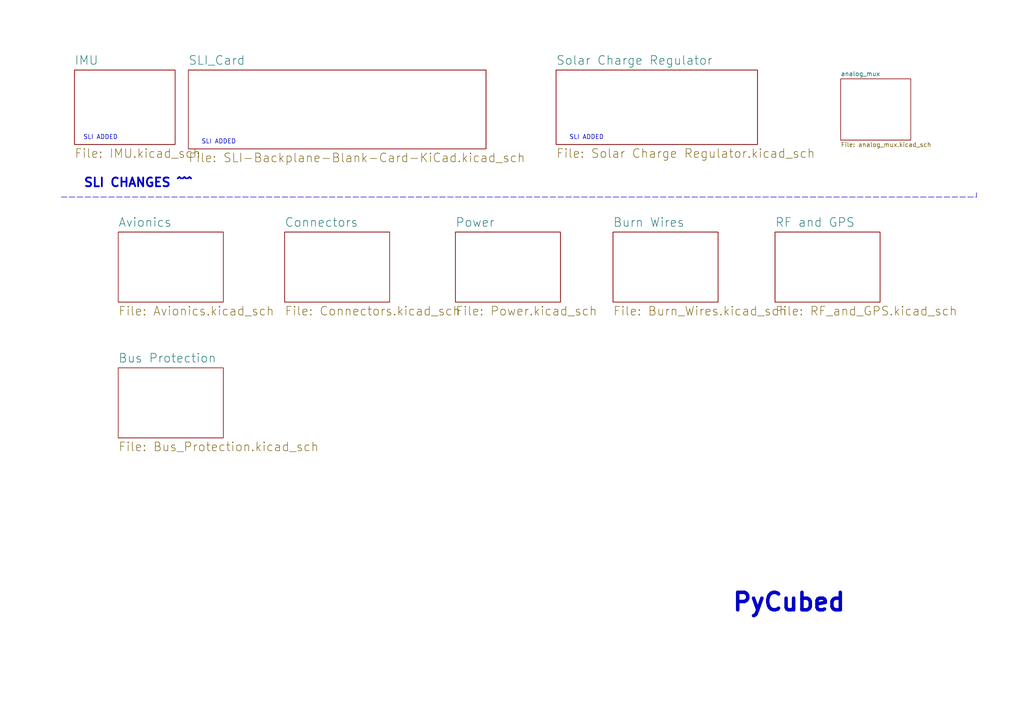
<source format=kicad_sch>
(kicad_sch (version 20211123) (generator eeschema)
  (paper "A4")
  (title_block (title "PyCubed Mainboard") (date "2021-06-09") (rev "v05c") (company "Max Holliday"))
  (lib_symbols)
  (polyline (pts (xy 283.21 57.15) (xy 283.21 55.88)))
  (polyline (pts (xy 17.78 57.15) (xy 283.21 57.15)))
  (text "SLI ADDED" (at 165.1 40.64 0) (effects (font (size 1.27 1.27)) (justify left bottom)))
  (text "SLI ADDED" (at 24.13 40.64 0) (effects (font (size 1.27 1.27)) (justify left bottom)))
  (text "SLI CHANGES ^^^" (at 24.13 54.61 0) (effects (font (size 2.54 2.54) (thickness 0.508) bold) (justify left bottom)))
  (text "SLI ADDED" (at 58.42 41.91 0) (effects (font (size 1.27 1.27)) (justify left bottom)))
  (text "PyCubed" (at 212.09 177.8 0) (effects (font (size 5.08 5.08) (thickness 1.016) bold) (justify left bottom)))
  (sheet (at 34.29 67.31) (size 30.48 20.32)
    (property "Sheet name" "Avionics" (at 34.29 65.9634 0) (effects (font (size 2.54 2.54)) (justify left bottom)))
    (property "Sheet file" "Avionics.kicad_sch" (at 34.29 88.7226 0) (effects (font (size 2.54 2.54)) (justify left top)))
  )
  (sheet (at 132.08 67.31) (size 30.48 20.32)
    (property "Sheet name" "Power" (at 132.08 65.9634 0) (effects (font (size 2.54 2.54)) (justify left bottom)))
    (property "Sheet file" "Power.kicad_sch" (at 132.08 88.7226 0) (effects (font (size 2.54 2.54)) (justify left top)))
  )
  (sheet (at 82.55 67.31) (size 30.48 20.32)
    (property "Sheet name" "Connectors" (at 82.55 65.9634 0) (effects (font (size 2.54 2.54)) (justify left bottom)))
    (property "Sheet file" "Connectors.kicad_sch" (at 82.55 88.7226 0) (effects (font (size 2.54 2.54)) (justify left top)))
  )
  (sheet (at 224.79 67.31) (size 30.48 20.32)
    (property "Sheet name" "RF and GPS" (at 224.79 65.9634 0) (effects (font (size 2.54 2.54)) (justify left bottom)))
    (property "Sheet file" "RF_and_GPS.kicad_sch" (at 224.79 88.7226 0) (effects (font (size 2.54 2.54)) (justify left top)))
  )
  (sheet (at 177.8 67.31) (size 30.48 20.32)
    (property "Sheet name" "Burn Wires" (at 177.8 65.9634 0) (effects (font (size 2.54 2.54)) (justify left bottom)))
    (property "Sheet file" "Burn_Wires.kicad_sch" (at 177.8 88.7226 0) (effects (font (size 2.54 2.54)) (justify left top)))
  )
  (sheet (at 34.29 106.68) (size 30.48 20.32)
    (property "Sheet name" "Bus Protection" (at 34.29 105.3334 0) (effects (font (size 2.54 2.54)) (justify left bottom)))
    (property "Sheet file" "Bus_Protection.kicad_sch" (at 34.29 128.0926 0) (effects (font (size 2.54 2.54)) (justify left top)))
  )
  (sheet (at 54.61 20.32) (size 86.36 22.86)
    (property "Sheet name" "SLI_Card" (at 54.61 18.9734 0) (effects (font (size 2.54 2.54)) (justify left bottom)))
    (property "Sheet file" "SLI-Backplane-Blank-Card-KiCad.kicad_sch" (at 54.61 44.2726 0) (effects (font (size 2.54 2.54)) (justify left top)))
  )
  (sheet (at 21.59 20.32) (size 29.21 21.59)
    (property "Sheet name" "IMU" (at 21.59 18.9734 0) (effects (font (size 2.54 2.54)) (justify left bottom)))
    (property "Sheet file" "IMU.kicad_sch" (at 21.59 43.0026 0) (effects (font (size 2.54 2.54)) (justify left top)))
  )
  (sheet (at 161.29 20.32) (size 58.42 21.59)
    (property "Sheet name" "Solar Charge Regulator" (at 161.29 18.9734 0) (effects (font (size 2.54 2.54)) (justify left bottom)))
    (property "Sheet file" "Solar Charge Regulator.kicad_sch" (at 161.29 43.0026 0) (effects (font (size 2.54 2.54)) (justify left top)))
  )
  (sheet (at 243.84 22.86) (size 20.32 17.78) (stroke (width 0.1524))
    (property "Sheet name" "analog_mux" (at 243.84 22.1484 0) (effects (justify left bottom)))
    (property "Sheet file" "analog_mux.kicad_sch" (at 243.84 41.2246 0) (effects (justify left top)))
  )
)
</source>
